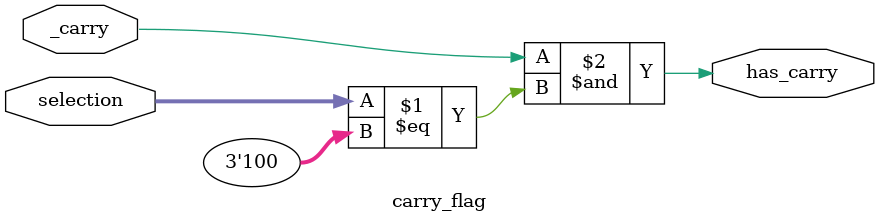
<source format=sv>
module carry_flag(input logic _carry,input logic[2:0] selection, 
													output logic has_carry);
			
	assign has_carry = _carry & (selection == 3'b100); 
		//100 represents addition or substraction
													
endmodule 
</source>
